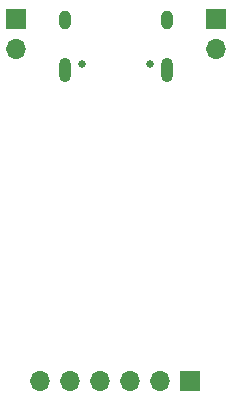
<source format=gbr>
%TF.GenerationSoftware,KiCad,Pcbnew,7.0.1*%
%TF.CreationDate,2023-05-22T21:01:38-04:00*%
%TF.ProjectId,PCB_USB_TTL,5043425f-5553-4425-9f54-544c2e6b6963,rev?*%
%TF.SameCoordinates,Original*%
%TF.FileFunction,Soldermask,Bot*%
%TF.FilePolarity,Negative*%
%FSLAX46Y46*%
G04 Gerber Fmt 4.6, Leading zero omitted, Abs format (unit mm)*
G04 Created by KiCad (PCBNEW 7.0.1) date 2023-05-22 21:01:38*
%MOMM*%
%LPD*%
G01*
G04 APERTURE LIST*
%ADD10C,0.650000*%
%ADD11O,1.000000X2.100000*%
%ADD12O,1.000000X1.600000*%
%ADD13R,1.700000X1.700000*%
%ADD14O,1.700000X1.700000*%
G04 APERTURE END LIST*
D10*
%TO.C,P1*%
X146390000Y-67105000D03*
X140610000Y-67105000D03*
D11*
X147820000Y-67605000D03*
D12*
X147820000Y-63425000D03*
D11*
X139180000Y-67605000D03*
D12*
X139180000Y-63425000D03*
%TD*%
D13*
%TO.C,J3*%
X135000000Y-63325000D03*
D14*
X135000000Y-65865000D03*
%TD*%
D13*
%TO.C,J2*%
X149750000Y-94000000D03*
D14*
X147210000Y-94000000D03*
X144670000Y-94000000D03*
X142130000Y-94000000D03*
X139590000Y-94000000D03*
X137050000Y-94000000D03*
%TD*%
D13*
%TO.C,J4*%
X152000000Y-63325000D03*
D14*
X152000000Y-65865000D03*
%TD*%
M02*

</source>
